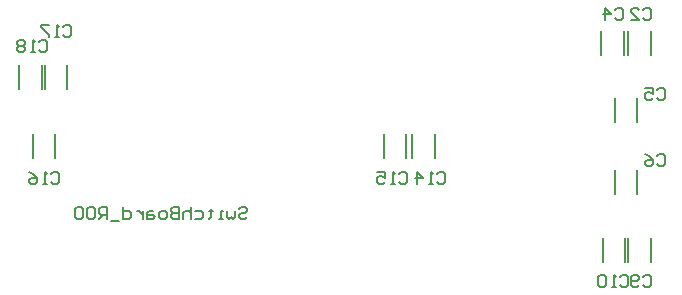
<source format=gbo>
G04*
G04 #@! TF.GenerationSoftware,Altium Limited,Altium Designer,24.4.1 (13)*
G04*
G04 Layer_Color=32896*
%FSLAX25Y25*%
%MOIN*%
G70*
G04*
G04 #@! TF.SameCoordinates,9EAFE7E4-189C-44CB-946A-5F511CB8720B*
G04*
G04*
G04 #@! TF.FilePolarity,Positive*
G04*
G01*
G75*
%ADD10C,0.00500*%
%ADD11C,0.00600*%
D10*
X243545Y9713D02*
Y17713D01*
X236045Y9713D02*
Y17713D01*
X240045Y56213D02*
Y64213D01*
X247545Y56213D02*
Y64213D01*
X252045Y78713D02*
Y86713D01*
X244545Y78713D02*
Y86713D01*
X46045Y44213D02*
Y52213D01*
X53545Y44213D02*
Y52213D01*
X50045Y67213D02*
Y75213D01*
X57545Y67213D02*
Y75213D01*
X41545Y67213D02*
Y75213D01*
X49045Y67213D02*
Y75213D01*
X170545Y44213D02*
Y52213D01*
X163045Y44213D02*
Y52213D01*
X180045Y44213D02*
Y52213D01*
X172545Y44213D02*
Y52213D01*
X235545Y78713D02*
Y86713D01*
X243045Y78713D02*
Y86713D01*
X252045Y9713D02*
Y17713D01*
X244545Y9713D02*
Y17713D01*
X247545Y32213D02*
Y40213D01*
X240045Y32213D02*
Y40213D01*
D11*
X114734Y27099D02*
X115401Y27765D01*
X116734D01*
X117400Y27099D01*
Y26432D01*
X116734Y25766D01*
X115401D01*
X114734Y25099D01*
Y24433D01*
X115401Y23766D01*
X116734D01*
X117400Y24433D01*
X113401Y26432D02*
Y24433D01*
X112735Y23766D01*
X112068Y24433D01*
X111402Y23766D01*
X110735Y24433D01*
Y26432D01*
X109403Y23766D02*
X108070D01*
X108736D01*
Y26432D01*
X109403D01*
X105404Y27099D02*
Y26432D01*
X106070D01*
X104737D01*
X105404D01*
Y24433D01*
X104737Y23766D01*
X100072Y26432D02*
X102072D01*
X102738Y25766D01*
Y24433D01*
X102072Y23766D01*
X100072D01*
X98739Y27765D02*
Y23766D01*
Y25766D01*
X98073Y26432D01*
X96740D01*
X96074Y25766D01*
Y23766D01*
X94741Y27765D02*
Y23766D01*
X92741D01*
X92075Y24433D01*
Y25099D01*
X92741Y25766D01*
X94741D01*
X92741D01*
X92075Y26432D01*
Y27099D01*
X92741Y27765D01*
X94741D01*
X90075Y23766D02*
X88743D01*
X88076Y24433D01*
Y25766D01*
X88743Y26432D01*
X90075D01*
X90742Y25766D01*
Y24433D01*
X90075Y23766D01*
X86077Y26432D02*
X84744D01*
X84077Y25766D01*
Y23766D01*
X86077D01*
X86743Y24433D01*
X86077Y25099D01*
X84077D01*
X82744Y26432D02*
Y23766D01*
Y25099D01*
X82078Y25766D01*
X81412Y26432D01*
X80745D01*
X76080Y27765D02*
Y23766D01*
X78079D01*
X78746Y24433D01*
Y25766D01*
X78079Y26432D01*
X76080D01*
X74747Y23100D02*
X72081D01*
X70748Y23766D02*
Y27765D01*
X68749D01*
X68083Y27099D01*
Y25766D01*
X68749Y25099D01*
X70748D01*
X69415D02*
X68083Y23766D01*
X66750Y27099D02*
X66083Y27765D01*
X64750D01*
X64084Y27099D01*
Y24433D01*
X64750Y23766D01*
X66083D01*
X66750Y24433D01*
Y27099D01*
X62751D02*
X62085Y27765D01*
X60752D01*
X60085Y27099D01*
Y24433D01*
X60752Y23766D01*
X62085D01*
X62751Y24433D01*
Y27099D01*
X48128Y83046D02*
X48794Y83712D01*
X50127D01*
X50794Y83046D01*
Y80380D01*
X50127Y79713D01*
X48794D01*
X48128Y80380D01*
X46795Y79713D02*
X45462D01*
X46128D01*
Y83712D01*
X46795Y83046D01*
X43463D02*
X42796Y83712D01*
X41463D01*
X40797Y83046D01*
Y82379D01*
X41463Y81713D01*
X40797Y81046D01*
Y80380D01*
X41463Y79713D01*
X42796D01*
X43463Y80380D01*
Y81046D01*
X42796Y81713D01*
X43463Y82379D01*
Y83046D01*
X42796Y81713D02*
X41463D01*
X56128Y88046D02*
X56794Y88712D01*
X58127D01*
X58794Y88046D01*
Y85380D01*
X58127Y84713D01*
X56794D01*
X56128Y85380D01*
X54795Y84713D02*
X53462D01*
X54128D01*
Y88712D01*
X54795Y88046D01*
X51463Y88712D02*
X48797D01*
Y88046D01*
X51463Y85380D01*
Y84713D01*
X52128Y39046D02*
X52794Y39712D01*
X54127D01*
X54794Y39046D01*
Y36380D01*
X54127Y35713D01*
X52794D01*
X52128Y36380D01*
X50795Y35713D02*
X49462D01*
X50129D01*
Y39712D01*
X50795Y39046D01*
X44797Y39712D02*
X46130Y39046D01*
X47463Y37713D01*
Y36380D01*
X46796Y35713D01*
X45463D01*
X44797Y36380D01*
Y37046D01*
X45463Y37713D01*
X47463D01*
X168128Y39046D02*
X168794Y39712D01*
X170127D01*
X170794Y39046D01*
Y36380D01*
X170127Y35713D01*
X168794D01*
X168128Y36380D01*
X166795Y35713D02*
X165462D01*
X166129D01*
Y39712D01*
X166795Y39046D01*
X160797Y39712D02*
X163463D01*
Y37713D01*
X162130Y38379D01*
X161463D01*
X160797Y37713D01*
Y36380D01*
X161463Y35713D01*
X162796D01*
X163463Y36380D01*
X180628Y39046D02*
X181294Y39712D01*
X182627D01*
X183294Y39046D01*
Y36380D01*
X182627Y35713D01*
X181294D01*
X180628Y36380D01*
X179295Y35713D02*
X177962D01*
X178629D01*
Y39712D01*
X179295Y39046D01*
X173963Y35713D02*
Y39712D01*
X175963Y37713D01*
X173297D01*
X241628Y4546D02*
X242294Y5212D01*
X243627D01*
X244294Y4546D01*
Y1880D01*
X243627Y1213D01*
X242294D01*
X241628Y1880D01*
X240295Y1213D02*
X238962D01*
X239629D01*
Y5212D01*
X240295Y4546D01*
X236963D02*
X236296Y5212D01*
X234963D01*
X234297Y4546D01*
Y1880D01*
X234963Y1213D01*
X236296D01*
X236963Y1880D01*
Y4546D01*
X249462D02*
X250128Y5212D01*
X251461D01*
X252128Y4546D01*
Y1880D01*
X251461Y1213D01*
X250128D01*
X249462Y1880D01*
X248129D02*
X247462Y1213D01*
X246129D01*
X245463Y1880D01*
Y4546D01*
X246129Y5212D01*
X247462D01*
X248129Y4546D01*
Y3879D01*
X247462Y3213D01*
X245463D01*
X253962Y45046D02*
X254628Y45712D01*
X255961D01*
X256627Y45046D01*
Y42380D01*
X255961Y41713D01*
X254628D01*
X253962Y42380D01*
X249963Y45712D02*
X251296Y45046D01*
X252629Y43713D01*
Y42380D01*
X251962Y41713D01*
X250629D01*
X249963Y42380D01*
Y43046D01*
X250629Y43713D01*
X252629D01*
X253962Y67045D02*
X254628Y67712D01*
X255961D01*
X256627Y67045D01*
Y64380D01*
X255961Y63713D01*
X254628D01*
X253962Y64380D01*
X249963Y67712D02*
X252629D01*
Y65713D01*
X251296Y66379D01*
X250629D01*
X249963Y65713D01*
Y64380D01*
X250629Y63713D01*
X251962D01*
X252629Y64380D01*
X239962Y93546D02*
X240628Y94212D01*
X241961D01*
X242628Y93546D01*
Y90880D01*
X241961Y90213D01*
X240628D01*
X239962Y90880D01*
X236630Y90213D02*
Y94212D01*
X238629Y92213D01*
X235963D01*
X249462Y93546D02*
X250128Y94212D01*
X251461D01*
X252128Y93546D01*
Y90880D01*
X251461Y90213D01*
X250128D01*
X249462Y90880D01*
X245463Y90213D02*
X248129D01*
X245463Y92879D01*
Y93546D01*
X246129Y94212D01*
X247462D01*
X248129Y93546D01*
M02*

</source>
